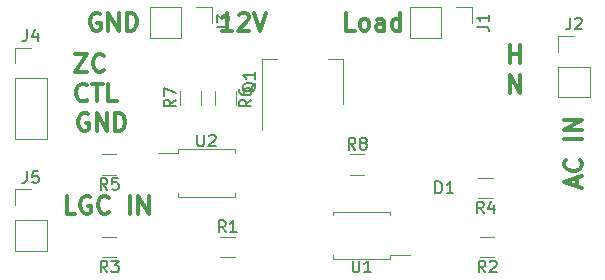
<source format=gbr>
G04 #@! TF.FileFunction,Legend,Top*
%FSLAX46Y46*%
G04 Gerber Fmt 4.6, Leading zero omitted, Abs format (unit mm)*
G04 Created by KiCad (PCBNEW 4.0.7) date 05/01/18 03:54:15*
%MOMM*%
%LPD*%
G01*
G04 APERTURE LIST*
%ADD10C,0.100000*%
%ADD11C,0.300000*%
%ADD12C,0.120000*%
%ADD13C,0.150000*%
G04 APERTURE END LIST*
D10*
D11*
X139857143Y-92250000D02*
X139714286Y-92178571D01*
X139500000Y-92178571D01*
X139285715Y-92250000D01*
X139142857Y-92392857D01*
X139071429Y-92535714D01*
X139000000Y-92821429D01*
X139000000Y-93035714D01*
X139071429Y-93321429D01*
X139142857Y-93464286D01*
X139285715Y-93607143D01*
X139500000Y-93678571D01*
X139642857Y-93678571D01*
X139857143Y-93607143D01*
X139928572Y-93535714D01*
X139928572Y-93035714D01*
X139642857Y-93035714D01*
X140571429Y-93678571D02*
X140571429Y-92178571D01*
X141428572Y-93678571D01*
X141428572Y-92178571D01*
X142142858Y-93678571D02*
X142142858Y-92178571D01*
X142500001Y-92178571D01*
X142714286Y-92250000D01*
X142857144Y-92392857D01*
X142928572Y-92535714D01*
X143000001Y-92821429D01*
X143000001Y-93035714D01*
X142928572Y-93321429D01*
X142857144Y-93464286D01*
X142714286Y-93607143D01*
X142500001Y-93678571D01*
X142142858Y-93678571D01*
X151071429Y-93678571D02*
X150214286Y-93678571D01*
X150642858Y-93678571D02*
X150642858Y-92178571D01*
X150500001Y-92392857D01*
X150357143Y-92535714D01*
X150214286Y-92607143D01*
X151642857Y-92321429D02*
X151714286Y-92250000D01*
X151857143Y-92178571D01*
X152214286Y-92178571D01*
X152357143Y-92250000D01*
X152428572Y-92321429D01*
X152500000Y-92464286D01*
X152500000Y-92607143D01*
X152428572Y-92821429D01*
X151571429Y-93678571D01*
X152500000Y-93678571D01*
X152928571Y-92178571D02*
X153428571Y-93678571D01*
X153928571Y-92178571D01*
X137750000Y-109178571D02*
X137035714Y-109178571D01*
X137035714Y-107678571D01*
X139035714Y-107750000D02*
X138892857Y-107678571D01*
X138678571Y-107678571D01*
X138464286Y-107750000D01*
X138321428Y-107892857D01*
X138250000Y-108035714D01*
X138178571Y-108321429D01*
X138178571Y-108535714D01*
X138250000Y-108821429D01*
X138321428Y-108964286D01*
X138464286Y-109107143D01*
X138678571Y-109178571D01*
X138821428Y-109178571D01*
X139035714Y-109107143D01*
X139107143Y-109035714D01*
X139107143Y-108535714D01*
X138821428Y-108535714D01*
X140607143Y-109035714D02*
X140535714Y-109107143D01*
X140321428Y-109178571D01*
X140178571Y-109178571D01*
X139964286Y-109107143D01*
X139821428Y-108964286D01*
X139750000Y-108821429D01*
X139678571Y-108535714D01*
X139678571Y-108321429D01*
X139750000Y-108035714D01*
X139821428Y-107892857D01*
X139964286Y-107750000D01*
X140178571Y-107678571D01*
X140321428Y-107678571D01*
X140535714Y-107750000D01*
X140607143Y-107821429D01*
X142392857Y-109178571D02*
X142392857Y-107678571D01*
X143107143Y-109178571D02*
X143107143Y-107678571D01*
X143964286Y-109178571D01*
X143964286Y-107678571D01*
X138857143Y-100750000D02*
X138714286Y-100678571D01*
X138500000Y-100678571D01*
X138285715Y-100750000D01*
X138142857Y-100892857D01*
X138071429Y-101035714D01*
X138000000Y-101321429D01*
X138000000Y-101535714D01*
X138071429Y-101821429D01*
X138142857Y-101964286D01*
X138285715Y-102107143D01*
X138500000Y-102178571D01*
X138642857Y-102178571D01*
X138857143Y-102107143D01*
X138928572Y-102035714D01*
X138928572Y-101535714D01*
X138642857Y-101535714D01*
X139571429Y-102178571D02*
X139571429Y-100678571D01*
X140428572Y-102178571D01*
X140428572Y-100678571D01*
X141142858Y-102178571D02*
X141142858Y-100678571D01*
X141500001Y-100678571D01*
X141714286Y-100750000D01*
X141857144Y-100892857D01*
X141928572Y-101035714D01*
X142000001Y-101321429D01*
X142000001Y-101535714D01*
X141928572Y-101821429D01*
X141857144Y-101964286D01*
X141714286Y-102107143D01*
X141500001Y-102178571D01*
X141142858Y-102178571D01*
X138785715Y-99535714D02*
X138714286Y-99607143D01*
X138500000Y-99678571D01*
X138357143Y-99678571D01*
X138142858Y-99607143D01*
X138000000Y-99464286D01*
X137928572Y-99321429D01*
X137857143Y-99035714D01*
X137857143Y-98821429D01*
X137928572Y-98535714D01*
X138000000Y-98392857D01*
X138142858Y-98250000D01*
X138357143Y-98178571D01*
X138500000Y-98178571D01*
X138714286Y-98250000D01*
X138785715Y-98321429D01*
X139214286Y-98178571D02*
X140071429Y-98178571D01*
X139642858Y-99678571D02*
X139642858Y-98178571D01*
X141285715Y-99678571D02*
X140571429Y-99678571D01*
X140571429Y-98178571D01*
X137750001Y-95678571D02*
X138750001Y-95678571D01*
X137750001Y-97178571D01*
X138750001Y-97178571D01*
X140178572Y-97035714D02*
X140107143Y-97107143D01*
X139892857Y-97178571D01*
X139750000Y-97178571D01*
X139535715Y-97107143D01*
X139392857Y-96964286D01*
X139321429Y-96821429D01*
X139250000Y-96535714D01*
X139250000Y-96321429D01*
X139321429Y-96035714D01*
X139392857Y-95892857D01*
X139535715Y-95750000D01*
X139750000Y-95678571D01*
X139892857Y-95678571D01*
X140107143Y-95750000D01*
X140178572Y-95821429D01*
X161428572Y-93678571D02*
X160714286Y-93678571D01*
X160714286Y-92178571D01*
X162142858Y-93678571D02*
X162000000Y-93607143D01*
X161928572Y-93535714D01*
X161857143Y-93392857D01*
X161857143Y-92964286D01*
X161928572Y-92821429D01*
X162000000Y-92750000D01*
X162142858Y-92678571D01*
X162357143Y-92678571D01*
X162500000Y-92750000D01*
X162571429Y-92821429D01*
X162642858Y-92964286D01*
X162642858Y-93392857D01*
X162571429Y-93535714D01*
X162500000Y-93607143D01*
X162357143Y-93678571D01*
X162142858Y-93678571D01*
X163928572Y-93678571D02*
X163928572Y-92892857D01*
X163857143Y-92750000D01*
X163714286Y-92678571D01*
X163428572Y-92678571D01*
X163285715Y-92750000D01*
X163928572Y-93607143D02*
X163785715Y-93678571D01*
X163428572Y-93678571D01*
X163285715Y-93607143D01*
X163214286Y-93464286D01*
X163214286Y-93321429D01*
X163285715Y-93178571D01*
X163428572Y-93107143D01*
X163785715Y-93107143D01*
X163928572Y-93035714D01*
X165285715Y-93678571D02*
X165285715Y-92178571D01*
X165285715Y-93607143D02*
X165142858Y-93678571D01*
X164857144Y-93678571D01*
X164714286Y-93607143D01*
X164642858Y-93535714D01*
X164571429Y-93392857D01*
X164571429Y-92964286D01*
X164642858Y-92821429D01*
X164714286Y-92750000D01*
X164857144Y-92678571D01*
X165142858Y-92678571D01*
X165285715Y-92750000D01*
X174571429Y-96403571D02*
X174571429Y-94903571D01*
X174571429Y-95617857D02*
X175428572Y-95617857D01*
X175428572Y-96403571D02*
X175428572Y-94903571D01*
X174571429Y-98953571D02*
X174571429Y-97453571D01*
X175428572Y-98953571D01*
X175428572Y-97453571D01*
X180250000Y-106821429D02*
X180250000Y-106107143D01*
X180678571Y-106964286D02*
X179178571Y-106464286D01*
X180678571Y-105964286D01*
X180535714Y-104607143D02*
X180607143Y-104678572D01*
X180678571Y-104892858D01*
X180678571Y-105035715D01*
X180607143Y-105250000D01*
X180464286Y-105392858D01*
X180321429Y-105464286D01*
X180035714Y-105535715D01*
X179821429Y-105535715D01*
X179535714Y-105464286D01*
X179392857Y-105392858D01*
X179250000Y-105250000D01*
X179178571Y-105035715D01*
X179178571Y-104892858D01*
X179250000Y-104678572D01*
X179321429Y-104607143D01*
X180678571Y-102821429D02*
X179178571Y-102821429D01*
X180678571Y-102107143D02*
X179178571Y-102107143D01*
X180678571Y-101250000D01*
X179178571Y-101250000D01*
D12*
X166130000Y-91670000D02*
X166130000Y-94330000D01*
X168730000Y-91670000D02*
X166130000Y-91670000D01*
X168730000Y-94330000D02*
X166130000Y-94330000D01*
X168730000Y-91670000D02*
X168730000Y-94330000D01*
X170000000Y-91670000D02*
X171330000Y-91670000D01*
X171330000Y-91670000D02*
X171330000Y-93000000D01*
X178670000Y-99330000D02*
X181330000Y-99330000D01*
X178670000Y-96730000D02*
X178670000Y-99330000D01*
X181330000Y-96730000D02*
X181330000Y-99330000D01*
X178670000Y-96730000D02*
X181330000Y-96730000D01*
X178670000Y-95460000D02*
X178670000Y-94130000D01*
X178670000Y-94130000D02*
X180000000Y-94130000D01*
X144130000Y-91670000D02*
X144130000Y-94330000D01*
X146730000Y-91670000D02*
X144130000Y-91670000D01*
X146730000Y-94330000D02*
X144130000Y-94330000D01*
X146730000Y-91670000D02*
X146730000Y-94330000D01*
X148000000Y-91670000D02*
X149330000Y-91670000D01*
X149330000Y-91670000D02*
X149330000Y-93000000D01*
X132670000Y-102870000D02*
X135330000Y-102870000D01*
X132670000Y-97730000D02*
X132670000Y-102870000D01*
X135330000Y-97730000D02*
X135330000Y-102870000D01*
X132670000Y-97730000D02*
X135330000Y-97730000D01*
X132670000Y-96460000D02*
X132670000Y-95130000D01*
X132670000Y-95130000D02*
X134000000Y-95130000D01*
X132670000Y-112330000D02*
X135330000Y-112330000D01*
X132670000Y-109730000D02*
X132670000Y-112330000D01*
X135330000Y-109730000D02*
X135330000Y-112330000D01*
X132670000Y-109730000D02*
X135330000Y-109730000D01*
X132670000Y-108460000D02*
X132670000Y-107130000D01*
X132670000Y-107130000D02*
X134000000Y-107130000D01*
X160410000Y-96090000D02*
X159150000Y-96090000D01*
X153590000Y-96090000D02*
X154850000Y-96090000D01*
X160410000Y-99850000D02*
X160410000Y-96090000D01*
X153590000Y-102100000D02*
X153590000Y-96090000D01*
X151250000Y-112880000D02*
X150050000Y-112880000D01*
X150050000Y-111120000D02*
X151250000Y-111120000D01*
X172050000Y-111120000D02*
X173250000Y-111120000D01*
X173250000Y-112880000D02*
X172050000Y-112880000D01*
X140050000Y-111120000D02*
X141250000Y-111120000D01*
X141250000Y-112880000D02*
X140050000Y-112880000D01*
X171900000Y-106120000D02*
X173100000Y-106120000D01*
X173100000Y-107880000D02*
X171900000Y-107880000D01*
X140050000Y-104120000D02*
X141250000Y-104120000D01*
X141250000Y-105880000D02*
X140050000Y-105880000D01*
X149620000Y-99950000D02*
X149620000Y-98750000D01*
X151380000Y-98750000D02*
X151380000Y-99950000D01*
X148380000Y-98750000D02*
X148380000Y-99950000D01*
X146620000Y-99950000D02*
X146620000Y-98750000D01*
X162250000Y-105880000D02*
X161050000Y-105880000D01*
X161050000Y-104120000D02*
X162250000Y-104120000D01*
X164400000Y-112700000D02*
X166100000Y-112700000D01*
X159600000Y-109300000D02*
X159600000Y-109000000D01*
X159600000Y-109000000D02*
X164400000Y-109000000D01*
X164400000Y-109000000D02*
X164400000Y-109300000D01*
X164400000Y-112700000D02*
X164400000Y-113000000D01*
X164400000Y-113000000D02*
X159600000Y-113000000D01*
X159600000Y-113000000D02*
X159600000Y-112700000D01*
X146450000Y-104030000D02*
X144750000Y-104030000D01*
X151250000Y-107430000D02*
X151250000Y-107730000D01*
X151250000Y-107730000D02*
X146450000Y-107730000D01*
X146450000Y-107730000D02*
X146450000Y-107430000D01*
X146450000Y-104030000D02*
X146450000Y-103730000D01*
X146450000Y-103730000D02*
X151250000Y-103730000D01*
X151250000Y-103730000D02*
X151250000Y-104030000D01*
D13*
X168261905Y-107452381D02*
X168261905Y-106452381D01*
X168500000Y-106452381D01*
X168642858Y-106500000D01*
X168738096Y-106595238D01*
X168785715Y-106690476D01*
X168833334Y-106880952D01*
X168833334Y-107023810D01*
X168785715Y-107214286D01*
X168738096Y-107309524D01*
X168642858Y-107404762D01*
X168500000Y-107452381D01*
X168261905Y-107452381D01*
X169785715Y-107452381D02*
X169214286Y-107452381D01*
X169500000Y-107452381D02*
X169500000Y-106452381D01*
X169404762Y-106595238D01*
X169309524Y-106690476D01*
X169214286Y-106738095D01*
X171782381Y-93333333D02*
X172496667Y-93333333D01*
X172639524Y-93380953D01*
X172734762Y-93476191D01*
X172782381Y-93619048D01*
X172782381Y-93714286D01*
X172782381Y-92333333D02*
X172782381Y-92904762D01*
X172782381Y-92619048D02*
X171782381Y-92619048D01*
X171925238Y-92714286D01*
X172020476Y-92809524D01*
X172068095Y-92904762D01*
X179666667Y-92582381D02*
X179666667Y-93296667D01*
X179619047Y-93439524D01*
X179523809Y-93534762D01*
X179380952Y-93582381D01*
X179285714Y-93582381D01*
X180095238Y-92677619D02*
X180142857Y-92630000D01*
X180238095Y-92582381D01*
X180476191Y-92582381D01*
X180571429Y-92630000D01*
X180619048Y-92677619D01*
X180666667Y-92772857D01*
X180666667Y-92868095D01*
X180619048Y-93010952D01*
X180047619Y-93582381D01*
X180666667Y-93582381D01*
X149782381Y-93333333D02*
X150496667Y-93333333D01*
X150639524Y-93380953D01*
X150734762Y-93476191D01*
X150782381Y-93619048D01*
X150782381Y-93714286D01*
X149782381Y-92952381D02*
X149782381Y-92333333D01*
X150163333Y-92666667D01*
X150163333Y-92523809D01*
X150210952Y-92428571D01*
X150258571Y-92380952D01*
X150353810Y-92333333D01*
X150591905Y-92333333D01*
X150687143Y-92380952D01*
X150734762Y-92428571D01*
X150782381Y-92523809D01*
X150782381Y-92809524D01*
X150734762Y-92904762D01*
X150687143Y-92952381D01*
X133666667Y-93582381D02*
X133666667Y-94296667D01*
X133619047Y-94439524D01*
X133523809Y-94534762D01*
X133380952Y-94582381D01*
X133285714Y-94582381D01*
X134571429Y-93915714D02*
X134571429Y-94582381D01*
X134333333Y-93534762D02*
X134095238Y-94249048D01*
X134714286Y-94249048D01*
X133666667Y-105582381D02*
X133666667Y-106296667D01*
X133619047Y-106439524D01*
X133523809Y-106534762D01*
X133380952Y-106582381D01*
X133285714Y-106582381D01*
X134619048Y-105582381D02*
X134142857Y-105582381D01*
X134095238Y-106058571D01*
X134142857Y-106010952D01*
X134238095Y-105963333D01*
X134476191Y-105963333D01*
X134571429Y-106010952D01*
X134619048Y-106058571D01*
X134666667Y-106153810D01*
X134666667Y-106391905D01*
X134619048Y-106487143D01*
X134571429Y-106534762D01*
X134476191Y-106582381D01*
X134238095Y-106582381D01*
X134142857Y-106534762D01*
X134095238Y-106487143D01*
X153047619Y-98095238D02*
X153000000Y-98190476D01*
X152904762Y-98285714D01*
X152761905Y-98428571D01*
X152714286Y-98523810D01*
X152714286Y-98619048D01*
X152952381Y-98571429D02*
X152904762Y-98666667D01*
X152809524Y-98761905D01*
X152619048Y-98809524D01*
X152285714Y-98809524D01*
X152095238Y-98761905D01*
X152000000Y-98666667D01*
X151952381Y-98571429D01*
X151952381Y-98380952D01*
X152000000Y-98285714D01*
X152095238Y-98190476D01*
X152285714Y-98142857D01*
X152619048Y-98142857D01*
X152809524Y-98190476D01*
X152904762Y-98285714D01*
X152952381Y-98380952D01*
X152952381Y-98571429D01*
X152952381Y-97190476D02*
X152952381Y-97761905D01*
X152952381Y-97476191D02*
X151952381Y-97476191D01*
X152095238Y-97571429D01*
X152190476Y-97666667D01*
X152238095Y-97761905D01*
X150483334Y-110752381D02*
X150150000Y-110276190D01*
X149911905Y-110752381D02*
X149911905Y-109752381D01*
X150292858Y-109752381D01*
X150388096Y-109800000D01*
X150435715Y-109847619D01*
X150483334Y-109942857D01*
X150483334Y-110085714D01*
X150435715Y-110180952D01*
X150388096Y-110228571D01*
X150292858Y-110276190D01*
X149911905Y-110276190D01*
X151435715Y-110752381D02*
X150864286Y-110752381D01*
X151150000Y-110752381D02*
X151150000Y-109752381D01*
X151054762Y-109895238D01*
X150959524Y-109990476D01*
X150864286Y-110038095D01*
X172483334Y-114152381D02*
X172150000Y-113676190D01*
X171911905Y-114152381D02*
X171911905Y-113152381D01*
X172292858Y-113152381D01*
X172388096Y-113200000D01*
X172435715Y-113247619D01*
X172483334Y-113342857D01*
X172483334Y-113485714D01*
X172435715Y-113580952D01*
X172388096Y-113628571D01*
X172292858Y-113676190D01*
X171911905Y-113676190D01*
X172864286Y-113247619D02*
X172911905Y-113200000D01*
X173007143Y-113152381D01*
X173245239Y-113152381D01*
X173340477Y-113200000D01*
X173388096Y-113247619D01*
X173435715Y-113342857D01*
X173435715Y-113438095D01*
X173388096Y-113580952D01*
X172816667Y-114152381D01*
X173435715Y-114152381D01*
X140483334Y-114152381D02*
X140150000Y-113676190D01*
X139911905Y-114152381D02*
X139911905Y-113152381D01*
X140292858Y-113152381D01*
X140388096Y-113200000D01*
X140435715Y-113247619D01*
X140483334Y-113342857D01*
X140483334Y-113485714D01*
X140435715Y-113580952D01*
X140388096Y-113628571D01*
X140292858Y-113676190D01*
X139911905Y-113676190D01*
X140816667Y-113152381D02*
X141435715Y-113152381D01*
X141102381Y-113533333D01*
X141245239Y-113533333D01*
X141340477Y-113580952D01*
X141388096Y-113628571D01*
X141435715Y-113723810D01*
X141435715Y-113961905D01*
X141388096Y-114057143D01*
X141340477Y-114104762D01*
X141245239Y-114152381D01*
X140959524Y-114152381D01*
X140864286Y-114104762D01*
X140816667Y-114057143D01*
X172333334Y-109152381D02*
X172000000Y-108676190D01*
X171761905Y-109152381D02*
X171761905Y-108152381D01*
X172142858Y-108152381D01*
X172238096Y-108200000D01*
X172285715Y-108247619D01*
X172333334Y-108342857D01*
X172333334Y-108485714D01*
X172285715Y-108580952D01*
X172238096Y-108628571D01*
X172142858Y-108676190D01*
X171761905Y-108676190D01*
X173190477Y-108485714D02*
X173190477Y-109152381D01*
X172952381Y-108104762D02*
X172714286Y-108819048D01*
X173333334Y-108819048D01*
X140483334Y-107152381D02*
X140150000Y-106676190D01*
X139911905Y-107152381D02*
X139911905Y-106152381D01*
X140292858Y-106152381D01*
X140388096Y-106200000D01*
X140435715Y-106247619D01*
X140483334Y-106342857D01*
X140483334Y-106485714D01*
X140435715Y-106580952D01*
X140388096Y-106628571D01*
X140292858Y-106676190D01*
X139911905Y-106676190D01*
X141388096Y-106152381D02*
X140911905Y-106152381D01*
X140864286Y-106628571D01*
X140911905Y-106580952D01*
X141007143Y-106533333D01*
X141245239Y-106533333D01*
X141340477Y-106580952D01*
X141388096Y-106628571D01*
X141435715Y-106723810D01*
X141435715Y-106961905D01*
X141388096Y-107057143D01*
X141340477Y-107104762D01*
X141245239Y-107152381D01*
X141007143Y-107152381D01*
X140911905Y-107104762D01*
X140864286Y-107057143D01*
X152652381Y-99516666D02*
X152176190Y-99850000D01*
X152652381Y-100088095D02*
X151652381Y-100088095D01*
X151652381Y-99707142D01*
X151700000Y-99611904D01*
X151747619Y-99564285D01*
X151842857Y-99516666D01*
X151985714Y-99516666D01*
X152080952Y-99564285D01*
X152128571Y-99611904D01*
X152176190Y-99707142D01*
X152176190Y-100088095D01*
X151652381Y-98659523D02*
X151652381Y-98850000D01*
X151700000Y-98945238D01*
X151747619Y-98992857D01*
X151890476Y-99088095D01*
X152080952Y-99135714D01*
X152461905Y-99135714D01*
X152557143Y-99088095D01*
X152604762Y-99040476D01*
X152652381Y-98945238D01*
X152652381Y-98754761D01*
X152604762Y-98659523D01*
X152557143Y-98611904D01*
X152461905Y-98564285D01*
X152223810Y-98564285D01*
X152128571Y-98611904D01*
X152080952Y-98659523D01*
X152033333Y-98754761D01*
X152033333Y-98945238D01*
X152080952Y-99040476D01*
X152128571Y-99088095D01*
X152223810Y-99135714D01*
X146252381Y-99516666D02*
X145776190Y-99850000D01*
X146252381Y-100088095D02*
X145252381Y-100088095D01*
X145252381Y-99707142D01*
X145300000Y-99611904D01*
X145347619Y-99564285D01*
X145442857Y-99516666D01*
X145585714Y-99516666D01*
X145680952Y-99564285D01*
X145728571Y-99611904D01*
X145776190Y-99707142D01*
X145776190Y-100088095D01*
X145252381Y-99183333D02*
X145252381Y-98516666D01*
X146252381Y-98945238D01*
X161483334Y-103752381D02*
X161150000Y-103276190D01*
X160911905Y-103752381D02*
X160911905Y-102752381D01*
X161292858Y-102752381D01*
X161388096Y-102800000D01*
X161435715Y-102847619D01*
X161483334Y-102942857D01*
X161483334Y-103085714D01*
X161435715Y-103180952D01*
X161388096Y-103228571D01*
X161292858Y-103276190D01*
X160911905Y-103276190D01*
X162054762Y-103180952D02*
X161959524Y-103133333D01*
X161911905Y-103085714D01*
X161864286Y-102990476D01*
X161864286Y-102942857D01*
X161911905Y-102847619D01*
X161959524Y-102800000D01*
X162054762Y-102752381D01*
X162245239Y-102752381D01*
X162340477Y-102800000D01*
X162388096Y-102847619D01*
X162435715Y-102942857D01*
X162435715Y-102990476D01*
X162388096Y-103085714D01*
X162340477Y-103133333D01*
X162245239Y-103180952D01*
X162054762Y-103180952D01*
X161959524Y-103228571D01*
X161911905Y-103276190D01*
X161864286Y-103371429D01*
X161864286Y-103561905D01*
X161911905Y-103657143D01*
X161959524Y-103704762D01*
X162054762Y-103752381D01*
X162245239Y-103752381D01*
X162340477Y-103704762D01*
X162388096Y-103657143D01*
X162435715Y-103561905D01*
X162435715Y-103371429D01*
X162388096Y-103276190D01*
X162340477Y-103228571D01*
X162245239Y-103180952D01*
X161238095Y-113152381D02*
X161238095Y-113961905D01*
X161285714Y-114057143D01*
X161333333Y-114104762D01*
X161428571Y-114152381D01*
X161619048Y-114152381D01*
X161714286Y-114104762D01*
X161761905Y-114057143D01*
X161809524Y-113961905D01*
X161809524Y-113152381D01*
X162809524Y-114152381D02*
X162238095Y-114152381D01*
X162523809Y-114152381D02*
X162523809Y-113152381D01*
X162428571Y-113295238D01*
X162333333Y-113390476D01*
X162238095Y-113438095D01*
X148088095Y-102482381D02*
X148088095Y-103291905D01*
X148135714Y-103387143D01*
X148183333Y-103434762D01*
X148278571Y-103482381D01*
X148469048Y-103482381D01*
X148564286Y-103434762D01*
X148611905Y-103387143D01*
X148659524Y-103291905D01*
X148659524Y-102482381D01*
X149088095Y-102577619D02*
X149135714Y-102530000D01*
X149230952Y-102482381D01*
X149469048Y-102482381D01*
X149564286Y-102530000D01*
X149611905Y-102577619D01*
X149659524Y-102672857D01*
X149659524Y-102768095D01*
X149611905Y-102910952D01*
X149040476Y-103482381D01*
X149659524Y-103482381D01*
M02*

</source>
